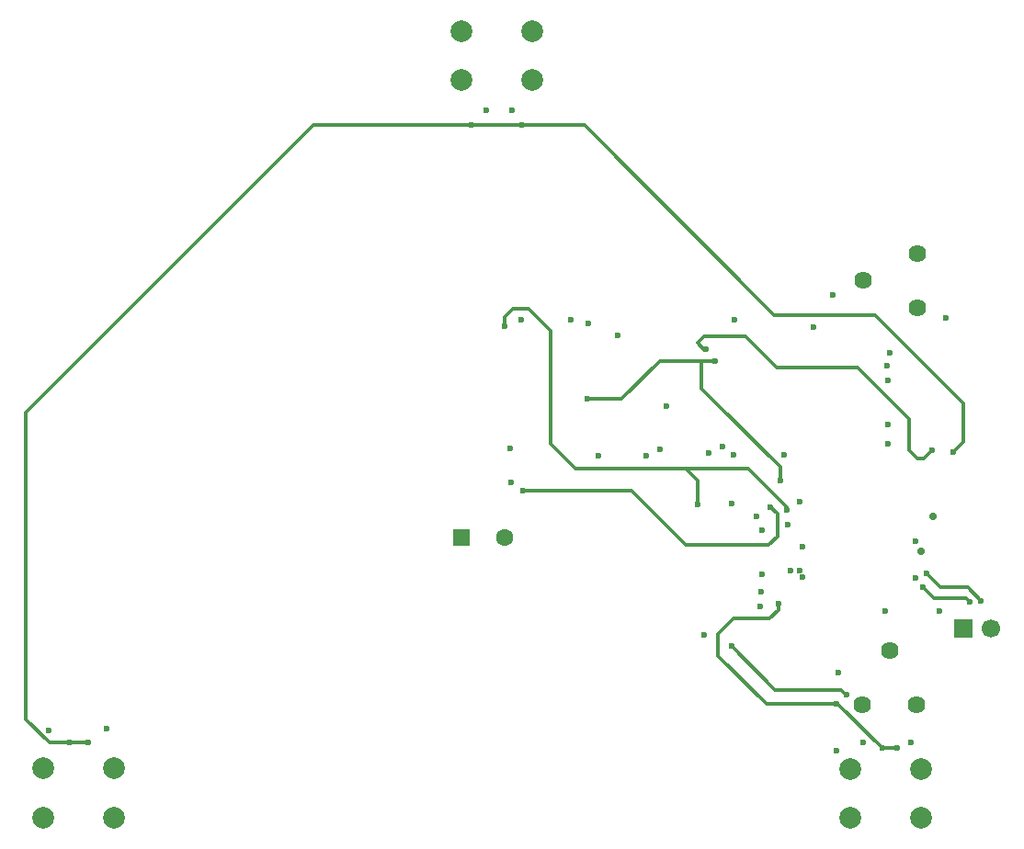
<source format=gbr>
%TF.GenerationSoftware,KiCad,Pcbnew,9.0.1*%
%TF.CreationDate,2025-05-14T21:44:34-03:00*%
%TF.ProjectId,queremate_pd_safe,71756572-656d-4617-9465-5f70645f7361,rev?*%
%TF.SameCoordinates,Original*%
%TF.FileFunction,Copper,L4,Bot*%
%TF.FilePolarity,Positive*%
%FSLAX46Y46*%
G04 Gerber Fmt 4.6, Leading zero omitted, Abs format (unit mm)*
G04 Created by KiCad (PCBNEW 9.0.1) date 2025-05-14 21:44:34*
%MOMM*%
%LPD*%
G01*
G04 APERTURE LIST*
%TA.AperFunction,ComponentPad*%
%ADD10C,1.620000*%
%TD*%
%TA.AperFunction,ComponentPad*%
%ADD11R,1.700000X1.700000*%
%TD*%
%TA.AperFunction,ComponentPad*%
%ADD12C,1.700000*%
%TD*%
%TA.AperFunction,ComponentPad*%
%ADD13R,1.600000X1.600000*%
%TD*%
%TA.AperFunction,ComponentPad*%
%ADD14C,1.600000*%
%TD*%
%TA.AperFunction,ComponentPad*%
%ADD15C,2.000000*%
%TD*%
%TA.AperFunction,ViaPad*%
%ADD16C,0.600000*%
%TD*%
%TA.AperFunction,ViaPad*%
%ADD17C,0.700000*%
%TD*%
%TA.AperFunction,Conductor*%
%ADD18C,0.300000*%
%TD*%
G04 APERTURE END LIST*
D10*
%TO.P,RV1,1,1*%
%TO.N,5V*%
X110993000Y-42271000D03*
%TO.P,RV1,2,2*%
X105993000Y-44771000D03*
%TO.P,RV1,3,3*%
%TO.N,Net-(U2-DIS)*%
X110993000Y-47271000D03*
%TD*%
D11*
%TO.P,J1,1,Pin_1*%
%TO.N,Net-(J1-Pin_1)*%
X115234400Y-76835400D03*
D12*
%TO.P,J1,2,Pin_2*%
%TO.N,Net-(J1-Pin_2)*%
X117774400Y-76835400D03*
%TD*%
D13*
%TO.P,BZ1,1,+*%
%TO.N,5V*%
X69000000Y-68500000D03*
D14*
%TO.P,BZ1,2,-*%
%TO.N,Net-(BZ1--)*%
X73000000Y-68500000D03*
%TD*%
D15*
%TO.P,SW1,1,A*%
%TO.N,5V*%
X69038400Y-21778400D03*
X75538400Y-21778400D03*
%TO.P,SW1,2,B*%
%TO.N,Net-(SW1-B)*%
X69038400Y-26278400D03*
X75538400Y-26278400D03*
%TD*%
%TO.P,SW4,1,A*%
%TO.N,RESET*%
X111352400Y-94299600D03*
X104852400Y-94299600D03*
%TO.P,SW4,2,B*%
%TO.N,GND*%
X111352400Y-89799600D03*
X104852400Y-89799600D03*
%TD*%
D10*
%TO.P,RV2,1,1*%
%TO.N,5V*%
X110953000Y-83881600D03*
%TO.P,RV2,2,2*%
X108453000Y-78881600D03*
%TO.P,RV2,3,3*%
%TO.N,Net-(U5-DIS)*%
X105953000Y-83881600D03*
%TD*%
D15*
%TO.P,SW2,1,A*%
%TO.N,5V*%
X30481200Y-89748800D03*
X36981200Y-89748800D03*
%TO.P,SW2,2,B*%
%TO.N,Net-(SW1-B)*%
X30481200Y-94248800D03*
X36981200Y-94248800D03*
%TD*%
D16*
%TO.N,GND*%
X96520000Y-74777600D03*
X100160000Y-65150000D03*
%TO.N,Net-(SW1-B)*%
X114300000Y-60553600D03*
X69900800Y-30480000D03*
X74625200Y-30480000D03*
X32918400Y-87376000D03*
X34645600Y-87376000D03*
%TO.N,5V*%
X36322000Y-86106000D03*
X96621600Y-73456800D03*
X108204000Y-52628800D03*
X110871000Y-72161400D03*
X99100000Y-67250000D03*
X103682800Y-80924400D03*
X73609200Y-63398400D03*
X94030800Y-60858400D03*
X108254800Y-54000400D03*
D17*
X111353600Y-69748400D03*
D16*
X30988000Y-86207600D03*
X96672400Y-71831200D03*
X71272400Y-29057600D03*
X79044800Y-48412400D03*
X81584800Y-60909200D03*
X80670400Y-48717200D03*
X108051600Y-75234800D03*
X93014800Y-60096400D03*
X91795600Y-60655200D03*
X83362800Y-49834800D03*
X73660000Y-29057600D03*
X103530400Y-88087200D03*
X103225600Y-46075600D03*
%TO.N,GND*%
X93878400Y-65328800D03*
D17*
X112442800Y-66520000D03*
D16*
X86004400Y-60909200D03*
X96672400Y-67767200D03*
X108254800Y-59842400D03*
X108458000Y-51409600D03*
X100380800Y-72136000D03*
X101396800Y-49072800D03*
X74523600Y-48412400D03*
X100126800Y-71526400D03*
X87274400Y-60350400D03*
X110439200Y-87376000D03*
X96164400Y-66497200D03*
X91338400Y-77470000D03*
X113588800Y-48209200D03*
X100430000Y-69320000D03*
X94132400Y-48412400D03*
X98755200Y-60858400D03*
X110794800Y-68834000D03*
X105968800Y-87325200D03*
X113030000Y-75234800D03*
X73507600Y-60248800D03*
X108254800Y-58013600D03*
X87884000Y-56337200D03*
X99314000Y-71475600D03*
%TO.N,CLOCK*%
X112318800Y-60401200D03*
X91490800Y-51104800D03*
%TO.N,Net-(U5-DIS)*%
X93878400Y-78486000D03*
X104495600Y-82905600D03*
%TO.N,ALARM*%
X72999600Y-49022000D03*
X90779600Y-65379600D03*
X98955400Y-65884600D03*
%TO.N,Net-(J1-Pin_2)*%
X111810800Y-71729600D03*
X116840000Y-74269600D03*
%TO.N,Net-(J1-Pin_1)*%
X111506000Y-73050400D03*
X115849400Y-74396600D03*
%TO.N,Net-(BZ1--)*%
X97485200Y-65684400D03*
X74676000Y-64160400D03*
%TO.N,RESET*%
X80568800Y-55676800D03*
X109118400Y-87884000D03*
X98196400Y-74523600D03*
X98348800Y-63195200D03*
X107746800Y-87884000D03*
X103530400Y-83769200D03*
X92354400Y-52171600D03*
%TD*%
D18*
%TO.N,ALARM*%
X98955400Y-65884600D02*
X98955400Y-65625400D01*
X98955400Y-65625400D02*
X95407600Y-62077600D01*
X95407600Y-62077600D02*
X89662000Y-62077600D01*
X89662000Y-62077600D02*
X79502000Y-62077600D01*
X77216000Y-59791600D02*
X77216000Y-49386000D01*
X79502000Y-62077600D02*
X77216000Y-59791600D01*
X77216000Y-49386000D02*
X75230000Y-47400000D01*
X75230000Y-47400000D02*
X73740000Y-47400000D01*
X73740000Y-47400000D02*
X72999600Y-48140400D01*
X72999600Y-48140400D02*
X72999600Y-49022000D01*
%TO.N,RESET*%
X98196400Y-74523600D02*
X98196400Y-75113600D01*
X97078800Y-83769200D02*
X103530400Y-83769200D01*
X98196400Y-75113600D02*
X97380000Y-75930000D01*
X97380000Y-75930000D02*
X94046800Y-75930000D01*
X94046800Y-75930000D02*
X92659200Y-77317600D01*
X92659200Y-77317600D02*
X92659200Y-79349600D01*
X92659200Y-79349600D02*
X97078800Y-83769200D01*
%TO.N,Net-(BZ1--)*%
X97485200Y-65684400D02*
X98094800Y-66294000D01*
X98094800Y-66294000D02*
X98094800Y-68415200D01*
X98094800Y-68415200D02*
X97330000Y-69180000D01*
X84683600Y-64160400D02*
X74676000Y-64160400D01*
X97330000Y-69180000D02*
X89703200Y-69180000D01*
X89703200Y-69180000D02*
X84683600Y-64160400D01*
%TO.N,CLOCK*%
X111556800Y-61163200D02*
X110998000Y-61163200D01*
X91287600Y-51104800D02*
X91490800Y-51104800D01*
X110998000Y-61163200D02*
X110236000Y-60401200D01*
X110236000Y-60401200D02*
X110236000Y-57556000D01*
X110236000Y-57556000D02*
X105512000Y-52832000D01*
X112318800Y-60401200D02*
X111556800Y-61163200D01*
X95148400Y-49936400D02*
X91338400Y-49936400D01*
X105512000Y-52832000D02*
X98044000Y-52832000D01*
X98044000Y-52832000D02*
X95148400Y-49936400D01*
X91338400Y-49936400D02*
X90728800Y-50546000D01*
X90728800Y-50546000D02*
X91287600Y-51104800D01*
%TO.N,Net-(SW1-B)*%
X31038800Y-87376000D02*
X32918400Y-87376000D01*
X69900800Y-30480000D02*
X55372000Y-30480000D01*
X28905200Y-85242400D02*
X31038800Y-87376000D01*
X34645600Y-87376000D02*
X32918400Y-87376000D01*
X74625200Y-30480000D02*
X69900800Y-30480000D01*
X28905200Y-56946800D02*
X28905200Y-85242400D01*
X55372000Y-30480000D02*
X28905200Y-56946800D01*
%TO.N,Net-(U5-DIS)*%
X103987600Y-82499200D02*
X104394000Y-82905600D01*
X97891600Y-82499200D02*
X103987600Y-82499200D01*
X104394000Y-82905600D02*
X104495600Y-82905600D01*
X93878400Y-78486000D02*
X97891600Y-82499200D01*
%TO.N,ALARM*%
X90779600Y-65379600D02*
X90779600Y-63195200D01*
X90779600Y-63195200D02*
X89662000Y-62077600D01*
%TO.N,Net-(J1-Pin_2)*%
X111810800Y-71729600D02*
X113131600Y-73050400D01*
X115620800Y-73050400D02*
X116840000Y-74269600D01*
X113131600Y-73050400D02*
X115620800Y-73050400D01*
%TO.N,Net-(J1-Pin_1)*%
X115519200Y-74066400D02*
X115849400Y-74396600D01*
X112522000Y-74066400D02*
X113741200Y-74066400D01*
X111506000Y-73050400D02*
X112522000Y-74066400D01*
X113741200Y-74066400D02*
X115519200Y-74066400D01*
%TO.N,RESET*%
X87274400Y-52171600D02*
X91135200Y-52171600D01*
X109118400Y-87884000D02*
X107746800Y-87884000D01*
X92405200Y-56032400D02*
X98348800Y-61976000D01*
X91135200Y-54762400D02*
X92405200Y-56032400D01*
X91135200Y-52171600D02*
X92354400Y-52171600D01*
X103632000Y-83769200D02*
X103530400Y-83769200D01*
X107746800Y-87884000D02*
X103632000Y-83769200D01*
X91135200Y-52171600D02*
X91135200Y-54762400D01*
X98348800Y-62026800D02*
X98348800Y-63195200D01*
X80568800Y-55676800D02*
X83769200Y-55676800D01*
X83769200Y-55676800D02*
X87274400Y-52171600D01*
X98348800Y-61976000D02*
X98348800Y-62026800D01*
%TO.N,Net-(SW1-B)*%
X107091200Y-47960000D02*
X97794800Y-47960000D01*
X97794800Y-47960000D02*
X80314800Y-30480000D01*
X115214400Y-59639200D02*
X115214400Y-56083200D01*
X115214400Y-56083200D02*
X107091200Y-47960000D01*
X80314800Y-30480000D02*
X74625200Y-30480000D01*
X114300000Y-60553600D02*
X115214400Y-59639200D01*
%TD*%
M02*

</source>
